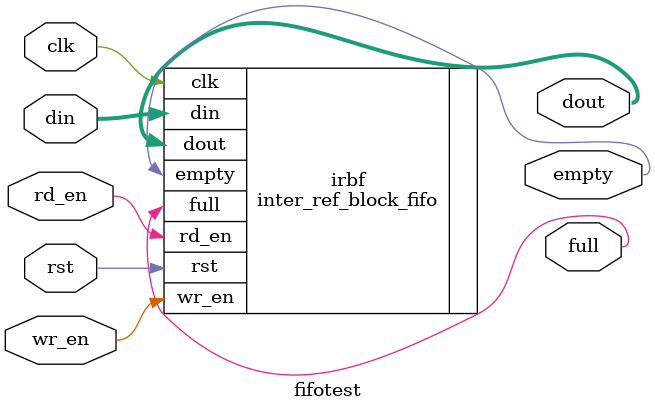
<source format=v>
module fifotest(
    input clk,
    input rst,
    input [17:0] din,
    input wr_en,
    input rd_en,
    output [17:0] dout,
    output full,
    output empty
    );
    
    inter_ref_block_fifo irbf (
        .clk(clk),
        .rst(rst),
        .din(din),
        .wr_en(wr_en),
        .rd_en(rd_en),
        .dout(dout),
        .full(full),
        .empty(empty)
    );
endmodule

</source>
